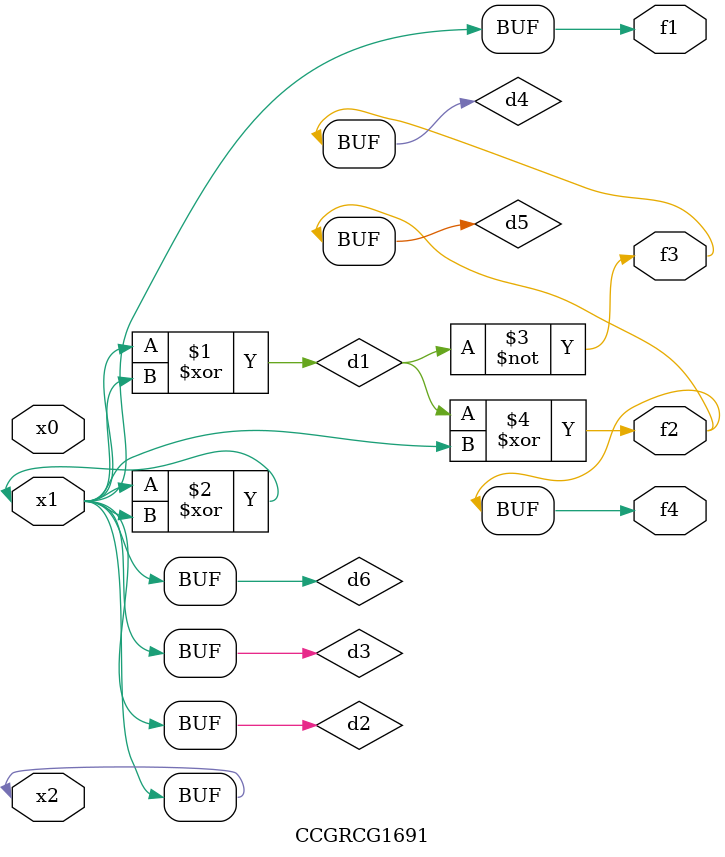
<source format=v>
module CCGRCG1691(
	input x0, x1, x2,
	output f1, f2, f3, f4
);

	wire d1, d2, d3, d4, d5, d6;

	xor (d1, x1, x2);
	buf (d2, x1, x2);
	xor (d3, x1, x2);
	nor (d4, d1);
	xor (d5, d1, d2);
	buf (d6, d2, d3);
	assign f1 = d6;
	assign f2 = d5;
	assign f3 = d4;
	assign f4 = d5;
endmodule

</source>
